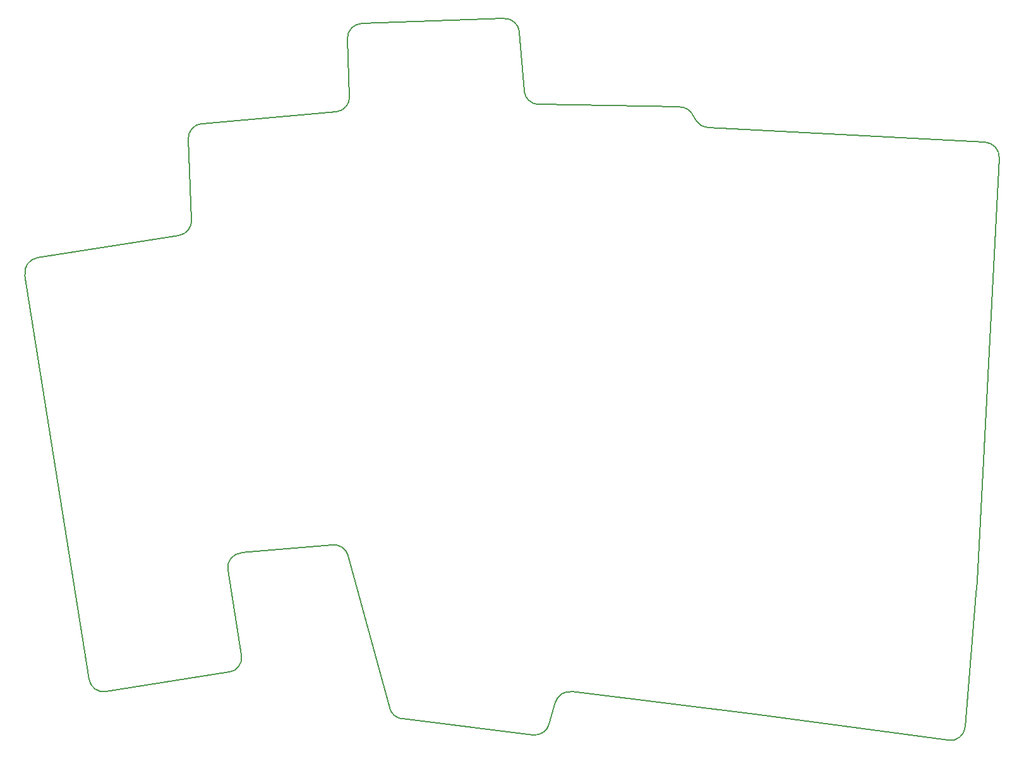
<source format=gbr>
%TF.GenerationSoftware,KiCad,Pcbnew,8.0.7*%
%TF.CreationDate,2025-02-03T11:28:03-05:00*%
%TF.ProjectId,thepcb,74686570-6362-42e6-9b69-6361645f7063,v1.0.0*%
%TF.SameCoordinates,Original*%
%TF.FileFunction,Profile,NP*%
%FSLAX46Y46*%
G04 Gerber Fmt 4.6, Leading zero omitted, Abs format (unit mm)*
G04 Created by KiCad (PCBNEW 8.0.7) date 2025-02-03 11:28:03*
%MOMM*%
%LPD*%
G01*
G04 APERTURE LIST*
%TA.AperFunction,Profile*%
%ADD10C,0.150000*%
%TD*%
G04 APERTURE END LIST*
D10*
X268405732Y-156470833D02*
X243857013Y-153456629D01*
X240844008Y-157820521D02*
G75*
G02*
X238678883Y-159250415I-1921408J555221D01*
G01*
X215743738Y-63855045D02*
X234813534Y-63189113D01*
X192930212Y-90211501D02*
G75*
G02*
X191244728Y-92268044I-1998312J-81199D01*
G01*
X294356009Y-159982301D02*
X268430192Y-156473989D01*
X211822257Y-133766554D02*
X199591279Y-134836626D01*
X298199326Y-138701988D02*
X298078897Y-140315412D01*
X239461001Y-74718749D02*
G75*
G02*
X237502258Y-72877860I34899J1999649D01*
G01*
X260061401Y-76033916D02*
X260541724Y-76849821D01*
X258372787Y-75048856D02*
G75*
G02*
X260061392Y-76033921I-34887J-1999644D01*
G01*
X211822256Y-133766555D02*
G75*
G02*
X213926546Y-135234360I174344J-1992345D01*
G01*
X197791017Y-137146917D02*
X199626029Y-148544683D01*
X192930212Y-90211502D02*
X192489100Y-79351173D01*
X214106540Y-73637532D02*
X213814966Y-65929426D01*
X296617536Y-158163573D02*
G75*
G02*
X294356004Y-159982340I-1993336J163173D01*
G01*
X197964325Y-150837961D02*
X181474969Y-153449619D01*
X268405733Y-156470833D02*
G75*
G02*
X268430192Y-156473989I-242033J-1972067D01*
G01*
X221158844Y-157099179D02*
G75*
G02*
X219472629Y-155638664I243756J1985079D01*
G01*
X192489100Y-79351172D02*
G75*
G02*
X194313137Y-77277567I1998400J81172D01*
G01*
X213814967Y-65929426D02*
G75*
G02*
X215743738Y-63855054I1998533J75626D01*
G01*
X262160571Y-77832446D02*
G75*
G02*
X260541700Y-76849835I104629J1997246D01*
G01*
X238678889Y-159250369D02*
X221158844Y-157099178D01*
X236877018Y-65029085D02*
X237502221Y-72877863D01*
X197791016Y-137146917D02*
G75*
G02*
X199591277Y-134836598I1974584J317917D01*
G01*
X219472605Y-155638670D02*
X213926545Y-135234360D01*
X239461001Y-74718749D02*
X258372787Y-75048856D01*
X241691893Y-154886477D02*
X240844008Y-157820521D01*
X301177241Y-81879967D02*
X298199326Y-138701988D01*
X241691894Y-154886477D02*
G75*
G02*
X243857018Y-153456587I1921406J-555223D01*
G01*
X214106540Y-73637531D02*
G75*
G02*
X212282276Y-75705461I-1998540J-75569D01*
G01*
X181474969Y-153449618D02*
G75*
G02*
X179186690Y-151787116I-312869J1975418D01*
G01*
X170598471Y-97563021D02*
G75*
G02*
X172260994Y-95274869I1975329J312821D01*
G01*
X194313141Y-77277617D02*
X212282281Y-75705521D01*
X172260979Y-95274775D02*
X191244728Y-92268045D01*
X298078897Y-140315412D02*
X296617536Y-158163573D01*
X299284654Y-79778036D02*
G75*
G02*
X301177263Y-81879968I-104654J-1997264D01*
G01*
X179186724Y-151787111D02*
X170598472Y-97563021D01*
X234813534Y-63189112D02*
G75*
G02*
X236876990Y-65029087I69766J-1998788D01*
G01*
X199626028Y-148544684D02*
G75*
G02*
X197964322Y-150837941I-1974528J-317916D01*
G01*
X262160571Y-77832445D02*
X299284654Y-79778036D01*
M02*

</source>
